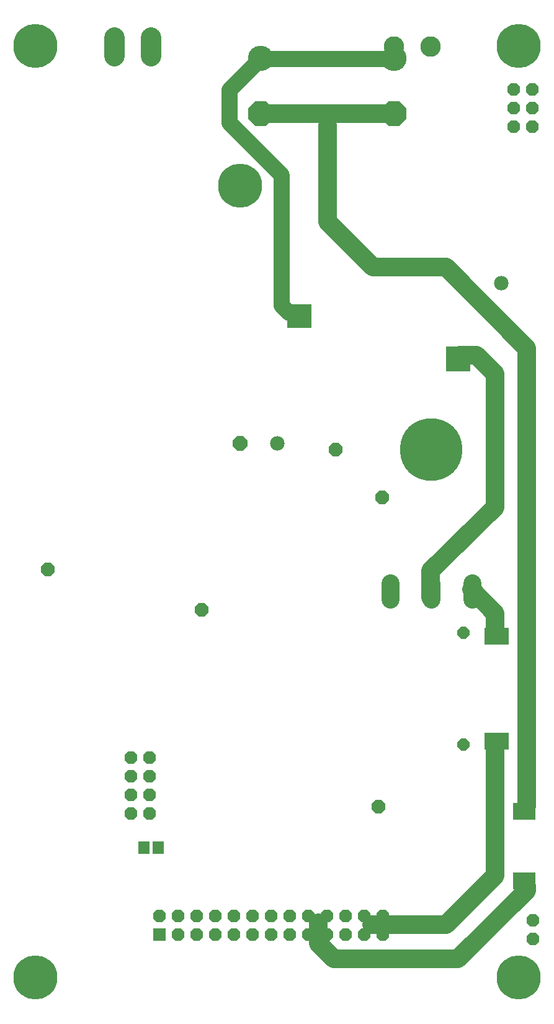
<source format=gbs>
G75*
G70*
%OFA0B0*%
%FSLAX24Y24*%
%IPPOS*%
%LPD*%
%AMOC8*
5,1,8,0,0,1.08239X$1,22.5*
%
%ADD10C,0.1000*%
%ADD11C,0.0860*%
%ADD12OC8,0.0674*%
%ADD13C,0.0973*%
%ADD14C,0.3350*%
%ADD15R,0.0674X0.0674*%
%ADD16C,0.1360*%
%ADD17OC8,0.1360*%
%ADD18OC8,0.0730*%
%ADD19C,0.1100*%
%ADD20OC8,0.0640*%
%ADD21C,0.0780*%
%ADD22OC8,0.0780*%
%ADD23R,0.0592X0.0671*%
%ADD24C,0.1100*%
%ADD25R,0.0516X0.0516*%
%ADD26C,0.2365*%
D10*
X025191Y008866D02*
X026041Y008016D01*
X032716Y008016D01*
X036391Y011691D01*
X036391Y011916D01*
X034691Y012491D02*
X034691Y019141D01*
X036416Y016216D02*
X036416Y040791D01*
X032066Y045141D01*
X028141Y045141D01*
X025691Y047591D01*
X025691Y052741D01*
X022191Y053391D02*
X029191Y053391D01*
X032816Y040416D02*
X033691Y040416D01*
X034691Y039416D01*
X034691Y032266D01*
X031241Y028841D01*
X031241Y027416D01*
X033441Y027841D02*
X034716Y026566D01*
X034716Y025591D01*
X034691Y012491D02*
X032066Y009866D01*
X028066Y009866D01*
X025191Y009941D02*
X025191Y008866D01*
D11*
X024041Y042691D02*
X023641Y042691D01*
X023241Y043091D01*
X023241Y050091D01*
X020441Y052891D01*
X020441Y054666D01*
X022091Y056316D01*
X029216Y056316D01*
X029241Y056341D01*
D12*
X035716Y054691D03*
X035716Y053691D03*
X035716Y052691D03*
X036716Y052691D03*
X036716Y053691D03*
X036716Y054691D03*
X016141Y018816D03*
X016141Y017816D03*
X016141Y016816D03*
X016141Y015816D03*
X015141Y015816D03*
X015141Y016816D03*
X015141Y017816D03*
X015141Y018816D03*
X016660Y010323D03*
X017660Y010323D03*
X017660Y009323D03*
X018660Y009323D03*
X018660Y010323D03*
X019660Y010323D03*
X020660Y010323D03*
X020660Y009323D03*
X019660Y009323D03*
X021660Y009323D03*
X021660Y010323D03*
X022660Y010323D03*
X022660Y009323D03*
X023660Y009323D03*
X023660Y010323D03*
X024660Y010323D03*
X024660Y009323D03*
X025660Y009323D03*
X025660Y010323D03*
X026660Y010323D03*
X026660Y009323D03*
X027660Y009323D03*
X027660Y010323D03*
X028660Y010323D03*
X028660Y009323D03*
X036741Y009091D03*
X036741Y010091D03*
D13*
X033450Y027320D02*
X033450Y028205D01*
X031250Y028205D02*
X031250Y027320D01*
X029050Y027320D02*
X029050Y028205D01*
D14*
X031250Y035362D03*
D15*
X016660Y009323D03*
D16*
X022116Y056342D03*
X029266Y056342D03*
D17*
X029266Y053390D03*
X022116Y053390D03*
D18*
X026141Y035341D03*
X028641Y032791D03*
X018941Y026766D03*
X010666Y028916D03*
X028441Y016191D03*
D19*
X016209Y056491D02*
X016209Y057491D01*
X014241Y057491D02*
X014241Y056491D01*
D20*
X033016Y025516D03*
X034791Y025516D03*
X034791Y019516D03*
X033016Y019516D03*
D21*
X022991Y035691D03*
X035041Y044291D03*
D22*
X035041Y042291D03*
X020991Y035691D03*
D23*
X016590Y013991D03*
X015842Y013991D03*
D24*
X029266Y056991D03*
X031234Y056991D03*
D25*
X024616Y042916D03*
X024616Y042516D03*
X024616Y042116D03*
X024191Y042116D03*
X024191Y042516D03*
X024191Y042916D03*
X023766Y042916D03*
X023766Y042516D03*
X023766Y042116D03*
X032291Y040641D03*
X032716Y040641D03*
X033141Y040641D03*
X033141Y040216D03*
X033141Y039791D03*
X032716Y039791D03*
X032716Y040216D03*
X032291Y040216D03*
X032291Y039791D03*
X034366Y025541D03*
X034366Y025116D03*
X034791Y025116D03*
X035216Y025116D03*
X035216Y025541D03*
X035216Y019916D03*
X035216Y019491D03*
X034791Y019916D03*
X034366Y019916D03*
X034366Y019491D03*
X035891Y016141D03*
X036266Y016141D03*
X036641Y016141D03*
X036641Y015716D03*
X036266Y015716D03*
X035891Y015716D03*
X035891Y012416D03*
X036266Y012416D03*
X036641Y012416D03*
X036641Y011991D03*
X036266Y011991D03*
X035891Y011991D03*
D26*
X009991Y007016D03*
X035975Y007016D03*
X021014Y049535D03*
X009991Y057016D03*
X035975Y057016D03*
M02*

</source>
